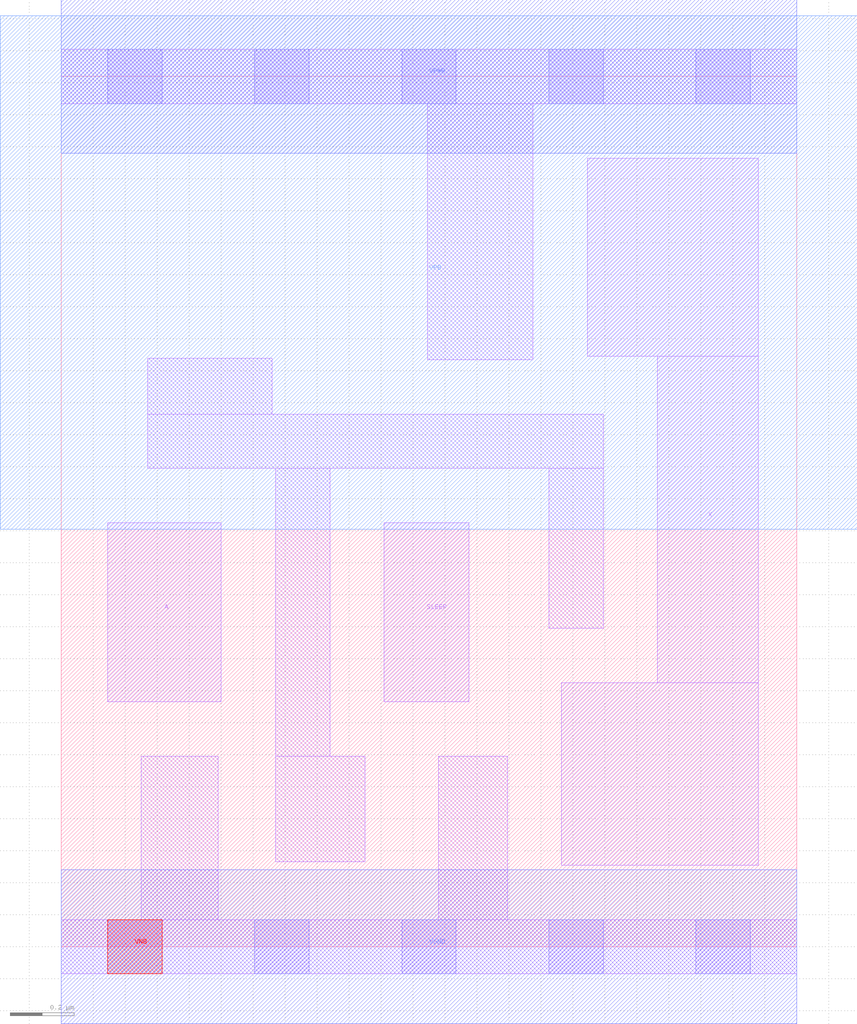
<source format=lef>
# Copyright 2020 The SkyWater PDK Authors
#
# Licensed under the Apache License, Version 2.0 (the "License");
# you may not use this file except in compliance with the License.
# You may obtain a copy of the License at
#
#     https://www.apache.org/licenses/LICENSE-2.0
#
# Unless required by applicable law or agreed to in writing, software
# distributed under the License is distributed on an "AS IS" BASIS,
# WITHOUT WARRANTIES OR CONDITIONS OF ANY KIND, either express or implied.
# See the License for the specific language governing permissions and
# limitations under the License.
#
# SPDX-License-Identifier: Apache-2.0

VERSION 5.7 ;
  NOWIREEXTENSIONATPIN ON ;
  DIVIDERCHAR "/" ;
  BUSBITCHARS "[]" ;
MACRO sky130_fd_sc_hd__lpflow_inputiso1p_1
  CLASS CORE ;
  FOREIGN sky130_fd_sc_hd__lpflow_inputiso1p_1 ;
  ORIGIN  0.000000  0.000000 ;
  SIZE  2.300000 BY  2.720000 ;
  SYMMETRY X Y R90 ;
  SITE unithd ;
  PIN A
    ANTENNAGATEAREA  0.126000 ;
    DIRECTION INPUT ;
    USE SIGNAL ;
    PORT
      LAYER li1 ;
        RECT 0.145000 0.765000 0.500000 1.325000 ;
    END
  END A
  PIN SLEEP
    ANTENNAGATEAREA  0.126000 ;
    DIRECTION INPUT ;
    USE SIGNAL ;
    PORT
      LAYER li1 ;
        RECT 1.010000 0.765000 1.275000 1.325000 ;
    END
  END SLEEP
  PIN X
    ANTENNADIFFAREA  0.509000 ;
    DIRECTION OUTPUT ;
    USE SIGNAL ;
    PORT
      LAYER li1 ;
        RECT 1.565000 0.255000 2.180000 0.825000 ;
        RECT 1.645000 1.845000 2.180000 2.465000 ;
        RECT 1.865000 0.825000 2.180000 1.845000 ;
    END
  END X
  PIN VGND
    DIRECTION INOUT ;
    SHAPE ABUTMENT ;
    USE GROUND ;
    PORT
      LAYER met1 ;
        RECT 0.000000 -0.240000 2.300000 0.240000 ;
    END
  END VGND
  PIN VNB
    DIRECTION INOUT ;
    USE GROUND ;
    PORT
      LAYER pwell ;
        RECT 0.145000 -0.085000 0.315000 0.085000 ;
    END
  END VNB
  PIN VPB
    DIRECTION INOUT ;
    USE POWER ;
    PORT
      LAYER nwell ;
        RECT -0.190000 1.305000 2.490000 2.910000 ;
    END
  END VPB
  PIN VPWR
    DIRECTION INOUT ;
    SHAPE ABUTMENT ;
    USE POWER ;
    PORT
      LAYER met1 ;
        RECT 0.000000 2.480000 2.300000 2.960000 ;
    END
  END VPWR
  OBS
    LAYER li1 ;
      RECT 0.000000 -0.085000 2.300000 0.085000 ;
      RECT 0.000000  2.635000 2.300000 2.805000 ;
      RECT 0.250000  0.085000 0.490000 0.595000 ;
      RECT 0.270000  1.495000 1.695000 1.665000 ;
      RECT 0.270000  1.665000 0.660000 1.840000 ;
      RECT 0.670000  0.265000 0.950000 0.595000 ;
      RECT 0.670000  0.595000 0.840000 1.495000 ;
      RECT 1.145000  1.835000 1.475000 2.635000 ;
      RECT 1.180000  0.085000 1.395000 0.595000 ;
      RECT 1.525000  0.995000 1.695000 1.495000 ;
    LAYER mcon ;
      RECT 0.145000 -0.085000 0.315000 0.085000 ;
      RECT 0.145000  2.635000 0.315000 2.805000 ;
      RECT 0.605000 -0.085000 0.775000 0.085000 ;
      RECT 0.605000  2.635000 0.775000 2.805000 ;
      RECT 1.065000 -0.085000 1.235000 0.085000 ;
      RECT 1.065000  2.635000 1.235000 2.805000 ;
      RECT 1.525000 -0.085000 1.695000 0.085000 ;
      RECT 1.525000  2.635000 1.695000 2.805000 ;
      RECT 1.985000 -0.085000 2.155000 0.085000 ;
      RECT 1.985000  2.635000 2.155000 2.805000 ;
  END
END sky130_fd_sc_hd__lpflow_inputiso1p_1
END LIBRARY

</source>
